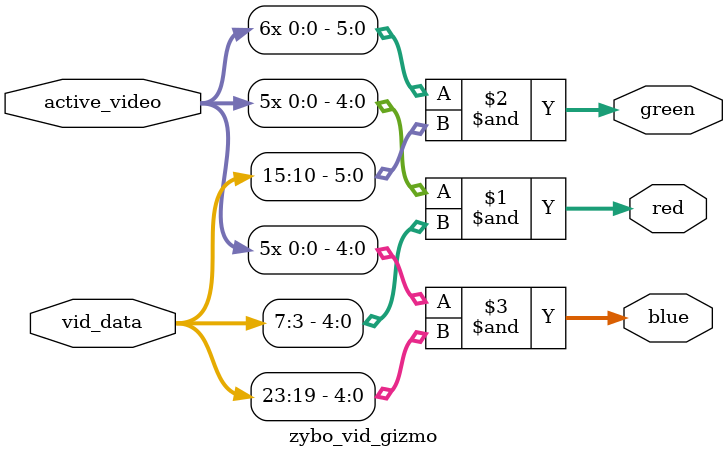
<source format=v>
`timescale 1ns / 1ps

// Simple but it gets messy to do this in block design.

module zybo_vid_gizmo(output [4 : 0] red,
                      output [5 : 0] green,
                      output [4 : 0] blue,

                      input [31 : 0] vid_data,
                      input          active_video);

    assign red = {5{active_video}} & vid_data[7 : 3];
    assign green = {6{active_video}} & vid_data[15 : 10];
    assign blue = {5{active_video}} & vid_data[23 : 19];

endmodule // zybo_vid_gizmo

</source>
